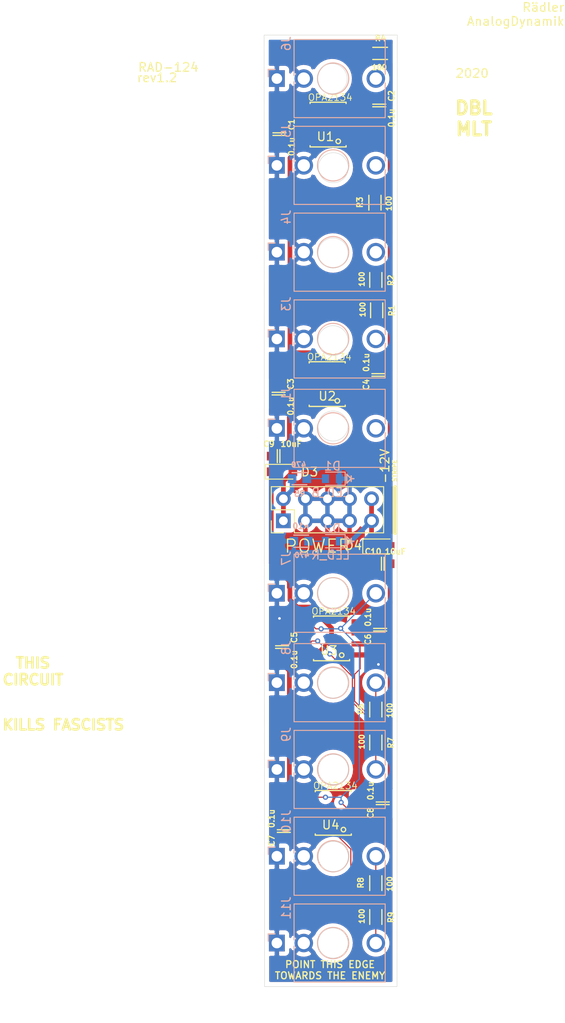
<source format=kicad_pcb>
(kicad_pcb (version 20171130) (host pcbnew "(5.1.2-1)-1")
  (layers (0 F.Cu signal) (31 B.Cu signal) (34 B.Paste user hide) (35 F.Paste user hide) (36 B.SilkS user) (37 F.SilkS user) (38 B.Mask user hide) (39 F.Mask user) (44 Edge.Cuts user))
  (net 0 "")
  (net 1 VCC)
  (net 2 GND)
  (net 3 VEE)
  (net 4 "Net-(R1-Pad2)")
  (net 5 "Net-(R2-Pad2)")
  (net 6 "Net-(R3-Pad2)")
  (net 7 "Net-(R4-Pad2)")
  (net 8 "Net-(R6-Pad2)")
  (net 9 "Net-(R7-Pad2)")
  (net 10 "Net-(R8-Pad2)")
  (net 11 /A1Out)
  (net 12 /A2Out)
  (net 13 /A3Out)
  (net 14 /A4Out)
  (net 15 /B1Out)
  (net 16 /B2Out)
  (net 17 /B3Out)
  (net 18 /B4Out)
  (net 19 /AIn)
  (net 20 /BIn)
  (net 21 +12V)
  (net 22 -12V)
  (net 23 "Net-(D1-Pad2)")
  (net 24 "Net-(D2-Pad2)")
  (net 25 "Net-(R9-Pad2)")
  (module 4ms_Capacitor:C_0603 (layer F.Cu) (at 155 113.4 90)
    (fp_text reference C7 (at -1.11 -1.4 90) (layer F.SilkS) (effects (font (size 0.65 0.65))))
    (fp_text value 0.1u (at 1.44 -1.4 90) (layer F.SilkS) (effects (font (size 0.65 0.65))))
    (pad 2 smd rect (at 0.85 0 90) (size 1 1) (layers F.Cu F.Paste F.Mask) (net 1 VCC))
    (pad 1 smd rect (at -0.85 0 90) (size 1 1) (layers F.Cu F.Paste F.Mask) (net 2 GND))
  )
  (module 4ms_Resistor:R_0603 (layer B.Cu) (at 157 80)
    (fp_text reference R10 (at -0.04 -1.74) (layer B.SilkS) (effects (font (size 0.65 0.65)) (justify mirror)))
    (fp_text value 470 (at 0.09 1.61) (layer B.SilkS) (effects (font (size 0.6 0.6)) (justify mirror)))
    (pad 1 smd rect (at -0.85 0) (size 1 1) (layers B.Cu B.Paste B.Mask) (net 2 GND))
    (pad 2 smd rect (at 0.85 0) (size 1 1) (layers B.Cu B.Paste B.Mask) (net 24 "Net-(D2-Pad2)"))
  )
  (module 4ms_Resistor:R_0603 (layer F.Cu) (at 165.6 123.3 90)
    (fp_text reference R9 (at -0.04 1.74 90) (layer F.SilkS) (effects (font (size 0.65 0.65))))
    (fp_text value 100 (at 0.09 -1.61 90) (layer F.SilkS) (effects (font (size 0.6 0.6))))
    (pad 1 smd rect (at -0.85 0 90) (size 1 1) (layers F.Cu F.Paste F.Mask) (net 18 /B4Out))
    (pad 2 smd rect (at 0.85 0 90) (size 1 1) (layers F.Cu F.Paste F.Mask) (net 25 "Net-(R9-Pad2)"))
  )
  (module 4ms_Resistor:R_0603 (layer F.Cu) (at 165.6 119.4 270)
    (fp_text reference R8 (at -0.04 1.74 90) (layer F.SilkS) (effects (font (size 0.65 0.65))))
    (fp_text value 100 (at 0.09 -1.61 90) (layer F.SilkS) (effects (font (size 0.6 0.6))))
    (pad 1 smd rect (at -0.85 0 270) (size 1 1) (layers F.Cu F.Paste F.Mask) (net 17 /B3Out))
    (pad 2 smd rect (at 0.85 0 270) (size 1 1) (layers F.Cu F.Paste F.Mask) (net 10 "Net-(R8-Pad2)"))
  )
  (module 4ms_Resistor:R_0603 (layer F.Cu) (at 165.6 103.2 90)
    (fp_text reference R7 (at -0.04 1.74 90) (layer F.SilkS) (effects (font (size 0.65 0.65))))
    (fp_text value 100 (at 0.09 -1.61 90) (layer F.SilkS) (effects (font (size 0.6 0.6))))
    (pad 1 smd rect (at -0.85 0 90) (size 1 1) (layers F.Cu F.Paste F.Mask) (net 16 /B2Out))
    (pad 2 smd rect (at 0.85 0 90) (size 1 1) (layers F.Cu F.Paste F.Mask) (net 9 "Net-(R7-Pad2)"))
  )
  (module 4ms_Resistor:R_0603 (layer F.Cu) (at 165.6 99.4 270)
    (fp_text reference R6 (at -0.04 1.74 90) (layer F.SilkS) (effects (font (size 0.65 0.65))))
    (fp_text value 100 (at 0.09 -1.61 90) (layer F.SilkS) (effects (font (size 0.6 0.6))))
    (pad 1 smd rect (at -0.85 0 270) (size 1 1) (layers F.Cu F.Paste F.Mask) (net 15 /B1Out))
    (pad 2 smd rect (at 0.85 0 270) (size 1 1) (layers F.Cu F.Paste F.Mask) (net 8 "Net-(R6-Pad2)"))
  )
  (module 4ms_Resistor:R_0603 (layer B.Cu) (at 156.8 72.8 180)
    (fp_text reference R5 (at -0.04 -1.74) (layer B.SilkS) (effects (font (size 0.65 0.65)) (justify mirror)))
    (fp_text value 470 (at 0.09 1.61) (layer B.SilkS) (effects (font (size 0.6 0.6)) (justify mirror)))
    (pad 1 smd rect (at -0.85 0 180) (size 1 1) (layers B.Cu B.Paste B.Mask) (net 23 "Net-(D1-Pad2)"))
    (pad 2 smd rect (at 0.85 0 180) (size 1 1) (layers B.Cu B.Paste B.Mask) (net 21 +12V))
  )
  (module 4ms_Resistor:R_0603 (layer F.Cu) (at 166.1 23.8 180)
    (fp_text reference R4 (at -0.04 1.74) (layer F.SilkS) (effects (font (size 0.65 0.65))))
    (fp_text value 100 (at 0.09 -1.61) (layer F.SilkS) (effects (font (size 0.6 0.6))))
    (pad 1 smd rect (at -0.85 0 180) (size 1 1) (layers F.Cu F.Paste F.Mask) (net 14 /A4Out))
    (pad 2 smd rect (at 0.85 0 180) (size 1 1) (layers F.Cu F.Paste F.Mask) (net 7 "Net-(R4-Pad2)"))
  )
  (module 4ms_Resistor:R_0603 (layer F.Cu) (at 165.5 41 270)
    (fp_text reference R3 (at -0.04 1.74 90) (layer F.SilkS) (effects (font (size 0.65 0.65))))
    (fp_text value 100 (at 0.09 -1.61 90) (layer F.SilkS) (effects (font (size 0.6 0.6))))
    (pad 1 smd rect (at -0.85 0 270) (size 1 1) (layers F.Cu F.Paste F.Mask) (net 13 /A3Out))
    (pad 2 smd rect (at 0.85 0 270) (size 1 1) (layers F.Cu F.Paste F.Mask) (net 6 "Net-(R3-Pad2)"))
  )
  (module 4ms_Resistor:R_0603 (layer F.Cu) (at 165.6 49.9 90)
    (fp_text reference R2 (at -0.04 1.74 90) (layer F.SilkS) (effects (font (size 0.65 0.65))))
    (fp_text value 100 (at 0.09 -1.61 90) (layer F.SilkS) (effects (font (size 0.6 0.6))))
    (pad 1 smd rect (at -0.85 0 90) (size 1 1) (layers F.Cu F.Paste F.Mask) (net 12 /A2Out))
    (pad 2 smd rect (at 0.85 0 90) (size 1 1) (layers F.Cu F.Paste F.Mask) (net 5 "Net-(R2-Pad2)"))
  )
  (module 4ms_Resistor:R_0603 (layer F.Cu) (at 165.7 53.4 90)
    (fp_text reference R1 (at -0.04 1.74 90) (layer F.SilkS) (effects (font (size 0.65 0.65))))
    (fp_text value 100 (at 0.09 -1.61 90) (layer F.SilkS) (effects (font (size 0.6 0.6))))
    (pad 1 smd rect (at -0.85 0 90) (size 1 1) (layers F.Cu F.Paste F.Mask) (net 11 /A1Out))
    (pad 2 smd rect (at 0.85 0 90) (size 1 1) (layers F.Cu F.Paste F.Mask) (net 4 "Net-(R1-Pad2)"))
  )
  (module 4ms_LED:LED_0603_1608Metric (layer B.Cu) (at 160.6 80 180)
    (fp_text reference D2 (at 0 1.45) (layer B.SilkS) (effects (justify mirror)))
    (fp_text value LED_R (at 0.2 -1.6) (layer B.SilkS) (effects (justify mirror)))
    (pad 2 smd rect (at 0.8 0 180) (size 0.82 1) (layers B.Cu B.Paste B.Mask) (net 24 "Net-(D2-Pad2)"))
    (pad 1 smd rect (at -0.8 0 180) (size 0.82 1) (layers B.Cu B.Paste B.Mask) (net 22 -12V))
  )
  (module 4ms_LED:LED_0603_1608Metric (layer B.Cu) (at 160.6 72.8 180)
    (fp_text reference D1 (at 0 1.45) (layer B.SilkS) (effects (justify mirror)))
    (fp_text value LED_B (at 0.2 -1.6) (layer B.SilkS) (effects (justify mirror)))
    (pad 2 smd rect (at 0.8 0 180) (size 0.82 1) (layers B.Cu B.Paste B.Mask) (net 23 "Net-(D1-Pad2)"))
    (pad 1 smd rect (at -0.8 0 180) (size 0.82 1) (layers B.Cu B.Paste B.Mask) (net 2 GND))
  )
  (module 4ms_Capacitor:C_0603 (layer F.Cu) (at 166.4 82.6)
    (fp_text reference C10 (at -1.11 -1.4) (layer F.SilkS) (effects (font (size 0.65 0.65))))
    (fp_text value 10uF (at 1.44 -1.4) (layer F.SilkS) (effects (font (size 0.65 0.65))))
    (pad 2 smd rect (at 0.85 0) (size 1 1) (layers F.Cu F.Paste F.Mask) (net 3 VEE))
    (pad 1 smd rect (at -0.85 0) (size 1 1) (layers F.Cu F.Paste F.Mask) (net 2 GND))
  )
  (module 4ms_Capacitor:C_0603 (layer F.Cu) (at 154.4 70.2)
    (fp_text reference C9 (at -1.11 -1.4) (layer F.SilkS) (effects (font (size 0.65 0.65))))
    (fp_text value 10uF (at 1.44 -1.4) (layer F.SilkS) (effects (font (size 0.65 0.65))))
    (pad 2 smd rect (at 0.85 0) (size 1 1) (layers F.Cu F.Paste F.Mask) (net 2 GND))
    (pad 1 smd rect (at -0.85 0) (size 1 1) (layers F.Cu F.Paste F.Mask) (net 1 VCC))
  )
  (module 4ms_Capacitor:C_0603 (layer F.Cu) (at 166.4 110.2 90)
    (fp_text reference C8 (at -1.11 -1.4 90) (layer F.SilkS) (effects (font (size 0.65 0.65))))
    (fp_text value 0.1u (at 1.44 -1.4 90) (layer F.SilkS) (effects (font (size 0.65 0.65))))
    (pad 2 smd rect (at 0.85 0 90) (size 1 1) (layers F.Cu F.Paste F.Mask) (net 3 VEE))
    (pad 1 smd rect (at -0.85 0 90) (size 1 1) (layers F.Cu F.Paste F.Mask) (net 2 GND))
  )
  (module 4ms_Capacitor:C_0603 (layer F.Cu) (at 166.1 90.2 90)
    (fp_text reference C6 (at -1.11 -1.4 90) (layer F.SilkS) (effects (font (size 0.65 0.65))))
    (fp_text value 0.1u (at 1.44 -1.4 90) (layer F.SilkS) (effects (font (size 0.65 0.65))))
    (pad 2 smd rect (at 0.85 0 90) (size 1 1) (layers F.Cu F.Paste F.Mask) (net 3 VEE))
    (pad 1 smd rect (at -0.85 0 90) (size 1 1) (layers F.Cu F.Paste F.Mask) (net 2 GND))
  )
  (module 4ms_Capacitor:C_0603 (layer F.Cu) (at 154.8 92.2 270)
    (fp_text reference C5 (at -1.11 -1.4 90) (layer F.SilkS) (effects (font (size 0.65 0.65))))
    (fp_text value 0.1u (at 1.44 -1.4 90) (layer F.SilkS) (effects (font (size 0.65 0.65))))
    (pad 2 smd rect (at 0.85 0 270) (size 1 1) (layers F.Cu F.Paste F.Mask) (net 1 VCC))
    (pad 1 smd rect (at -0.85 0 270) (size 1 1) (layers F.Cu F.Paste F.Mask) (net 2 GND))
  )
  (module 4ms_Capacitor:C_0603 (layer F.Cu) (at 165.9 60.85 90)
    (fp_text reference C4 (at -1.11 -1.4 90) (layer F.SilkS) (effects (font (size 0.65 0.65))))
    (fp_text value 0.1u (at 1.44 -1.4 90) (layer F.SilkS) (effects (font (size 0.65 0.65))))
    (pad 2 smd rect (at 0.85 0 90) (size 1 1) (layers F.Cu F.Paste F.Mask) (net 3 VEE))
    (pad 1 smd rect (at -0.85 0 90) (size 1 1) (layers F.Cu F.Paste F.Mask) (net 2 GND))
  )
  (module 4ms_Capacitor:C_0603 (layer F.Cu) (at 154.4 63 270)
    (fp_text reference C3 (at -1.11 -1.4 90) (layer F.SilkS) (effects (font (size 0.65 0.65))))
    (fp_text value 0.1u (at 1.44 -1.4 90) (layer F.SilkS) (effects (font (size 0.65 0.65))))
    (pad 2 smd rect (at 0.85 0 270) (size 1 1) (layers F.Cu F.Paste F.Mask) (net 1 VCC))
    (pad 1 smd rect (at -0.85 0 270) (size 1 1) (layers F.Cu F.Paste F.Mask) (net 2 GND))
  )
  (module 4ms_Capacitor:C_0603 (layer F.Cu) (at 166 29.8 270)
    (fp_text reference C2 (at -1.11 -1.4 90) (layer F.SilkS) (effects (font (size 0.65 0.65))))
    (fp_text value 0.1u (at 1.44 -1.4 90) (layer F.SilkS) (effects (font (size 0.65 0.65))))
    (pad 2 smd rect (at 0.85 0 270) (size 1 1) (layers F.Cu F.Paste F.Mask) (net 3 VEE))
    (pad 1 smd rect (at -0.85 0 270) (size 1 1) (layers F.Cu F.Paste F.Mask) (net 2 GND))
  )
  (module 4ms_Capacitor:C_0603 (layer F.Cu) (at 154.5 33.1 270)
    (fp_text reference C1 (at -1.11 -1.4 90) (layer F.SilkS) (effects (font (size 0.65 0.65))))
    (fp_text value 0.1u (at 1.44 -1.4 90) (layer F.SilkS) (effects (font (size 0.65 0.65))))
    (pad 2 smd rect (at 0.85 0 270) (size 1 1) (layers F.Cu F.Paste F.Mask) (net 1 VCC))
    (pad 1 smd rect (at -0.85 0 270) (size 1 1) (layers F.Cu F.Paste F.Mask) (net 2 GND))
  )
  (module Connector_Audio:Jack_3.5mm_QingPu_WQP-PJ398SM_Vertical_CircularHoles (layer B.Cu) (at 154.2 116.3 270)
    (fp_text reference J10 (at -4.03 -1.08 90) (layer B.SilkS) (effects (justify mirror)))
    (fp_text value B3Out)
    (pad TN thru_hole circle (at 0 -3.1 90) (size 2.13 2.13) (drill 1.42) (layers *.Cu *.Mask) (net 2 GND))
    (pad S thru_hole rect (at 0 0 90) (size 1.93 1.83) (drill 1.22) (layers *.Cu *.Mask) (net 2 GND))
    (pad T thru_hole circle (at 0 -11.4 90) (size 2.13 2.13) (drill 1.43) (layers *.Cu *.Mask) (net 17 /B3Out))
  )
  (module Connector_Audio:Jack_3.5mm_QingPu_WQP-PJ398SM_Vertical_CircularHoles (layer B.Cu) (at 154.2 96.3 270)
    (fp_text reference J8 (at -4.03 -1.08 90) (layer B.SilkS) (effects (justify mirror)))
    (fp_text value B1Out)
    (pad T thru_hole circle (at 0 -11.4 90) (size 2.13 2.13) (drill 1.43) (layers *.Cu *.Mask) (net 15 /B1Out))
    (pad S thru_hole rect (at 0 0 90) (size 1.93 1.83) (drill 1.22) (layers *.Cu *.Mask) (net 2 GND))
    (pad TN thru_hole circle (at 0 -3.1 90) (size 2.13 2.13) (drill 1.42) (layers *.Cu *.Mask) (net 2 GND))
  )
  (module Connector_Audio:Jack_3.5mm_QingPu_WQP-PJ398SM_Vertical_CircularHoles (layer B.Cu) (at 154.2 56.7 270)
    (fp_text reference J3 (at -4.03 -1.08 90) (layer B.SilkS) (effects (justify mirror)))
    (fp_text value A1Out)
    (pad T thru_hole circle (at 0 -11.4 90) (size 2.13 2.13) (drill 1.43) (layers *.Cu *.Mask) (net 11 /A1Out))
    (pad S thru_hole rect (at 0 0 90) (size 1.93 1.83) (drill 1.22) (layers *.Cu *.Mask) (net 2 GND))
    (pad TN thru_hole circle (at 0 -3.1 90) (size 2.13 2.13) (drill 1.42) (layers *.Cu *.Mask) (net 2 GND))
  )
  (module Connector_Audio:Jack_3.5mm_QingPu_WQP-PJ398SM_Vertical_CircularHoles (layer B.Cu) (at 154.2 36.7 270)
    (fp_text reference J5 (at -4.03 -1.08 90) (layer B.SilkS) (effects (justify mirror)))
    (fp_text value A3Out)
    (pad T thru_hole circle (at 0 -11.4 90) (size 2.13 2.13) (drill 1.43) (layers *.Cu *.Mask) (net 13 /A3Out))
    (pad S thru_hole rect (at 0 0 90) (size 1.93 1.83) (drill 1.22) (layers *.Cu *.Mask) (net 2 GND))
    (pad TN thru_hole circle (at 0 -3.1 90) (size 2.13 2.13) (drill 1.42) (layers *.Cu *.Mask) (net 2 GND))
  )
  (module 4ms-footprints:Header_2x05_Pitch2.54mm_TH_-12v_Label (layer F.Cu) (at 165.7 72.9 90)
    (fp_text reference J2 hide)
    (fp_text value EURO_HEADER_10pin)
    (fp_text user STRIPE (at 1.016 2.0955 90) (layer F.SilkS) (effects (font (size 0.5 0.5) (thickness 0.125))))
    (fp_text user -12V (at 1.5494 0.94488 90) (layer F.SilkS))
    (fp_text user POWER (at -7.66992 -6.8) (layer F.SilkS) (effects (font (size 1.5 1.5))))
    (pad 10 thru_hole oval (at -2.21 -0.59 90) (size 1.7 1.7) (drill 1) (layers *.Cu *.Mask) (net 22 -12V))
    (pad 9 thru_hole oval (at -4.75 -0.59 90) (size 1.7 1.7) (drill 1) (layers *.Cu *.Mask) (net 22 -12V))
    (pad 8 thru_hole oval (at -2.21 -3.13 90) (size 1.7 1.7) (drill 1) (layers *.Cu *.Mask) (net 2 GND))
    (pad 7 thru_hole oval (at -4.75 -3.13 90) (size 1.7 1.7) (drill 1) (layers *.Cu *.Mask) (net 2 GND))
    (pad 6 thru_hole oval (at -2.21 -5.67 90) (size 1.7 1.7) (drill 1) (layers *.Cu *.Mask) (net 2 GND))
    (pad 5 thru_hole oval (at -4.75 -5.67 90) (size 1.7 1.7) (drill 1) (layers *.Cu *.Mask) (net 2 GND))
    (pad 4 thru_hole oval (at -2.21 -8.21 90) (size 1.7 1.7) (drill 1) (layers *.Cu *.Mask) (net 2 GND))
    (pad 3 thru_hole oval (at -4.75 -8.21 90) (size 1.7 1.7) (drill 1) (layers *.Cu *.Mask) (net 2 GND))
    (pad 2 thru_hole oval (at -2.21 -10.75 90) (size 1.7 1.7) (drill 1) (layers *.Cu *.Mask) (net 21 +12V))
    (pad 1 thru_hole rect (at -4.75 -10.75 90) (size 1.7 1.7) (drill 1) (layers *.Cu *.Mask) (net 21 +12V))
  )
  (module Diode_SMD:D_SOD-323_HandSoldering (layer F.Cu) (at 166 80.6)
    (fp_text reference D4 (at -2.9718 -0.1016) (layer F.SilkS))
    (fp_text value D_Small_ALT)
    (pad 2 smd rect (at 1.25 0) (size 1 1) (layers F.Cu F.Paste F.Mask) (net 3 VEE))
    (pad 1 smd rect (at -1.25 0) (size 1 1) (layers F.Cu F.Paste F.Mask) (net 22 -12V))
  )
  (module Diode_SMD:D_SOD-323_HandSoldering (layer F.Cu) (at 154.8 72)
    (fp_text reference D3 (at 3.175 0.0254) (layer F.SilkS))
    (fp_text value D_Small_ALT)
    (pad 2 smd rect (at 1.25 0) (size 1 1) (layers F.Cu F.Paste F.Mask) (net 21 +12V))
    (pad 1 smd rect (at -1.25 0) (size 1 1) (layers F.Cu F.Paste F.Mask) (net 1 VCC))
  )
  (module Connector_Audio:Jack_3.5mm_QingPu_WQP-PJ398SM_Vertical_CircularHoles (layer B.Cu) (at 154.2 86 270)
    (fp_text reference J7 (at -4.03 -1.08 90) (layer B.SilkS) (effects (justify mirror)))
    (fp_text value BIn)
    (pad T thru_hole circle (at 0 -11.4 90) (size 2.13 2.13) (drill 1.43) (layers *.Cu *.Mask) (net 20 /BIn))
    (pad S thru_hole rect (at 0 0 90) (size 1.93 1.83) (drill 1.22) (layers *.Cu *.Mask) (net 2 GND))
    (pad TN thru_hole circle (at 0 -3.1 90) (size 2.13 2.13) (drill 1.42) (layers *.Cu *.Mask) (net 2 GND))
  )
  (module Connector_Audio:Jack_3.5mm_QingPu_WQP-PJ398SM_Vertical_CircularHoles (layer B.Cu) (at 154.2 67 270)
    (fp_text reference J1 (at -4.03 -1.08 90) (layer B.SilkS) (effects (justify mirror)))
    (fp_text value AIn)
    (pad TN thru_hole circle (at 0 -3.1 90) (size 2.13 2.13) (drill 1.42) (layers *.Cu *.Mask) (net 2 GND))
    (pad S thru_hole rect (at 0 0 90) (size 1.93 1.83) (drill 1.22) (layers *.Cu *.Mask) (net 2 GND))
    (pad T thru_hole circle (at 0 -11.4 90) (size 2.13 2.13) (drill 1.43) (layers *.Cu *.Mask) (net 19 /AIn))
  )
  (module Connector_Audio:Jack_3.5mm_QingPu_WQP-PJ398SM_Vertical_CircularHoles (layer B.Cu) (at 154.2 46.7 270)
    (fp_text reference J4 (at -4.03 -1.08 90) (layer B.SilkS) (effects (justify mirror)))
    (fp_text value A2Out)
    (pad T thru_hole circle (at 0 -11.4 90) (size 2.13 2.13) (drill 1.43) (layers *.Cu *.Mask) (net 12 /A2Out))
    (pad S thru_hole rect (at 0 0 90) (size 1.93 1.83) (drill 1.22) (layers *.Cu *.Mask) (net 2 GND))
    (pad TN thru_hole circle (at 0 -3.1 90) (size 2.13 2.13) (drill 1.42) (layers *.Cu *.Mask) (net 2 GND))
  )
  (module Connector_Audio:Jack_3.5mm_QingPu_WQP-PJ398SM_Vertical_CircularHoles (layer B.Cu) (at 154.2 26.7 270)
    (fp_text reference J6 (at -4.03 -1.08 90) (layer B.SilkS) (effects (justify mirror)))
    (fp_text value A4Out)
    (pad TN thru_hole circle (at 0 -3.1 90) (size 2.13 2.13) (drill 1.42) (layers *.Cu *.Mask) (net 2 GND))
    (pad S thru_hole rect (at 0 0 90) (size 1.93 1.83) (drill 1.22) (layers *.Cu *.Mask) (net 2 GND))
    (pad T thru_hole circle (at 0 -11.4 90) (size 2.13 2.13) (drill 1.43) (layers *.Cu *.Mask) (net 14 /A4Out))
  )
  (module Connector_Audio:Jack_3.5mm_QingPu_WQP-PJ398SM_Vertical_CircularHoles (layer B.Cu) (at 154.2 126.3 270)
    (fp_text reference J11 (at -4.03 -1.08 90) (layer B.SilkS) (effects (justify mirror)))
    (fp_text value B4Out)
    (pad T thru_hole circle (at 0 -11.4 90) (size 2.13 2.13) (drill 1.43) (layers *.Cu *.Mask) (net 18 /B4Out))
    (pad S thru_hole rect (at 0 0 90) (size 1.93 1.83) (drill 1.22) (layers *.Cu *.Mask) (net 2 GND))
    (pad TN thru_hole circle (at 0 -3.1 90) (size 2.13 2.13) (drill 1.42) (layers *.Cu *.Mask) (net 2 GND))
  )
  (module Connector_Audio:Jack_3.5mm_QingPu_WQP-PJ398SM_Vertical_CircularHoles (layer B.Cu) (at 154.2 106.3 270)
    (fp_text reference J9 (at -4.03 -1.08 270) (layer B.SilkS) (effects (justify mirror)))
    (fp_text value B2Out)
    (pad TN thru_hole circle (at 0 -3.1 90) (size 2.13 2.13) (drill 1.42) (layers *.Cu *.Mask) (net 2 GND))
    (pad S thru_hole rect (at 0 0 90) (size 1.93 1.83) (drill 1.22) (layers *.Cu *.Mask) (net 2 GND))
    (pad T thru_hole circle (at 0 -11.4 90) (size 2.13 2.13) (drill 1.43) (layers *.Cu *.Mask) (net 16 /B2Out))
  )
  (module 4ms_Package_SOIC:SOIC-8_5.28x4.9mm_Pitch1.27mm (layer F.Cu) (at 160.1 32 180)
    (fp_text reference U1 (at 0.29718 -1.39192) (layer F.SilkS))
    (fp_text value OPA2134 (at -0.24638 3.1242) (layer F.SilkS) (effects (font (size 0.762 0.762) (thickness 0.1016))))
    (pad 1 smd rect (at -3.302 -1.905 180) (size 2 0.6) (layers F.Cu F.Paste F.Mask) (net 4 "Net-(R1-Pad2)"))
    (pad 2 smd rect (at -3.302 -0.635 180) (size 2 0.6) (layers F.Cu F.Paste F.Mask) (net 4 "Net-(R1-Pad2)"))
    (pad 3 smd rect (at -3.302 0.635 180) (size 2 0.6) (layers F.Cu F.Paste F.Mask) (net 19 /AIn))
    (pad 4 smd rect (at -3.302 1.905 180) (size 2 0.6) (layers F.Cu F.Paste F.Mask) (net 3 VEE))
    (pad 5 smd rect (at 3.302 1.905 180) (size 2 0.6) (layers F.Cu F.Paste F.Mask) (net 19 /AIn))
    (pad 6 smd rect (at 3.302 0.635 180) (size 2 0.6) (layers F.Cu F.Paste F.Mask) (net 5 "Net-(R2-Pad2)"))
    (pad 7 smd rect (at 3.302 -0.635 180) (size 2 0.6) (layers F.Cu F.Paste F.Mask) (net 5 "Net-(R2-Pad2)"))
    (pad 8 smd rect (at 3.302 -1.905 180) (size 2 0.6) (layers F.Cu F.Paste F.Mask) (net 1 VCC))
  )
  (module 4ms_Package_SOIC:SOIC-8_5.28x4.9mm_Pitch1.27mm (layer F.Cu) (at 160 61.9 180)
    (fp_text reference U2 (at 0 -1.39192) (layer F.SilkS))
    (fp_text value OPA2134 (at -0.24638 3.1242) (layer F.SilkS) (effects (font (size 0.762 0.762) (thickness 0.1016))))
    (pad 8 smd rect (at 3.302 -1.905 180) (size 2 0.6) (layers F.Cu F.Paste F.Mask) (net 1 VCC))
    (pad 7 smd rect (at 3.302 -0.635 180) (size 2 0.6) (layers F.Cu F.Paste F.Mask) (net 7 "Net-(R4-Pad2)"))
    (pad 6 smd rect (at 3.302 0.635 180) (size 2 0.6) (layers F.Cu F.Paste F.Mask) (net 7 "Net-(R4-Pad2)"))
    (pad 5 smd rect (at 3.302 1.905 180) (size 2 0.6) (layers F.Cu F.Paste F.Mask) (net 19 /AIn))
    (pad 4 smd rect (at -3.302 1.905 180) (size 2 0.6) (layers F.Cu F.Paste F.Mask) (net 3 VEE))
    (pad 3 smd rect (at -3.302 0.635 180) (size 2 0.6) (layers F.Cu F.Paste F.Mask) (net 19 /AIn))
    (pad 2 smd rect (at -3.302 -0.635 180) (size 2 0.6) (layers F.Cu F.Paste F.Mask) (net 6 "Net-(R3-Pad2)"))
    (pad 1 smd rect (at -3.302 -1.905 180) (size 2 0.6) (layers F.Cu F.Paste F.Mask) (net 6 "Net-(R3-Pad2)"))
  )
  (module 4ms_Package_SOIC:SOIC-8_5.28x4.9mm_Pitch1.27mm (layer F.Cu) (at 160.5 91.2 180)
    (fp_text reference U3 (at 0.29718 -1.39192) (layer F.SilkS))
    (fp_text value OPA2134 (at -0.24638 3.1242) (layer F.SilkS) (effects (font (size 0.762 0.762) (thickness 0.1016))))
    (pad 1 smd rect (at -3.302 -1.905 180) (size 2 0.6) (layers F.Cu F.Paste F.Mask) (net 8 "Net-(R6-Pad2)"))
    (pad 2 smd rect (at -3.302 -0.635 180) (size 2 0.6) (layers F.Cu F.Paste F.Mask) (net 8 "Net-(R6-Pad2)"))
    (pad 3 smd rect (at -3.302 0.635 180) (size 2 0.6) (layers F.Cu F.Paste F.Mask) (net 20 /BIn))
    (pad 4 smd rect (at -3.302 1.905 180) (size 2 0.6) (layers F.Cu F.Paste F.Mask) (net 3 VEE))
    (pad 5 smd rect (at 3.302 1.905 180) (size 2 0.6) (layers F.Cu F.Paste F.Mask) (net 20 /BIn))
    (pad 6 smd rect (at 3.302 0.635 180) (size 2 0.6) (layers F.Cu F.Paste F.Mask) (net 9 "Net-(R7-Pad2)"))
    (pad 7 smd rect (at 3.302 -0.635 180) (size 2 0.6) (layers F.Cu F.Paste F.Mask) (net 9 "Net-(R7-Pad2)"))
    (pad 8 smd rect (at 3.302 -1.905 180) (size 2 0.6) (layers F.Cu F.Paste F.Mask) (net 1 VCC))
  )
  (module 4ms_Package_SOIC:SOIC-8_5.28x4.9mm_Pitch1.27mm (layer F.Cu) (at 160.7 111.3 180)
    (fp_text reference U4 (at 0.29718 -1.39192) (layer F.SilkS))
    (fp_text value OPA2134 (at -0.24638 3.1242) (layer F.SilkS) (effects (font (size 0.762 0.762) (thickness 0.1016))))
    (pad 8 smd rect (at 3.302 -1.905 180) (size 2 0.6) (layers F.Cu F.Paste F.Mask) (net 1 VCC))
    (pad 7 smd rect (at 3.302 -0.635 180) (size 2 0.6) (layers F.Cu F.Paste F.Mask) (net 25 "Net-(R9-Pad2)"))
    (pad 6 smd rect (at 3.302 0.635 180) (size 2 0.6) (layers F.Cu F.Paste F.Mask) (net 25 "Net-(R9-Pad2)"))
    (pad 5 smd rect (at 3.302 1.905 180) (size 2 0.6) (layers F.Cu F.Paste F.Mask) (net 20 /BIn))
    (pad 4 smd rect (at -3.302 1.905 180) (size 2 0.6) (layers F.Cu F.Paste F.Mask) (net 3 VEE))
    (pad 3 smd rect (at -3.302 0.635 180) (size 2 0.6) (layers F.Cu F.Paste F.Mask) (net 20 /BIn))
    (pad 2 smd rect (at -3.302 -0.635 180) (size 2 0.6) (layers F.Cu F.Paste F.Mask) (net 10 "Net-(R8-Pad2)"))
    (pad 1 smd rect (at -3.302 -1.905 180) (size 2 0.6) (layers F.Cu F.Paste F.Mask) (net 10 "Net-(R8-Pad2)"))
  )
  (gr_circle (center 160.569748 26.71064) (end 161.951508 27.75204) (layer Edge.Cuts) (width 0.05))
  (gr_circle (center 160.7 36.969748) (end 162.08176 38.011148) (layer Edge.Cuts) (width 0.05))
  (gr_circle (center 160.669748 46.79696) (end 162.051508 47.83836) (layer Edge.Cuts) (width 0.05))
  (gr_circle (center 160.669748 56.9) (end 162.051508 57.9414) (layer Edge.Cuts) (width 0.05))
  (gr_circle (center 160.669748 66.730252) (end 162.051508 67.771652) (layer Edge.Cuts) (width 0.05))
  (gr_circle (center 160.669748 126.3) (end 162.051508 127.3414) (layer Edge.Cuts) (width 0.05))
  (gr_circle (center 160.7 116.330252) (end 162.08176 117.371652) (layer Edge.Cuts) (width 0.05))
  (gr_circle (center 160.7 106.3) (end 162.08176 107.3414) (layer Edge.Cuts) (width 0.05))
  (gr_circle (center 160.669748 96.330252) (end 162.051508 97.371652) (layer Edge.Cuts) (width 0.05))
  (gr_circle (center 160.669748 85.969748) (end 162.051508 87.011148) (layer Edge.Cuts) (width 0.05))
  (gr_text rev1.2 (at 140.4 26.6) (layer F.SilkS) (effects (font (size 1 1))))
  (gr_text 2020 (at 176.7 26.1) (layer F.SilkS) (effects (font (size 1 1))))
  (gr_text "Rädler\nAnalogDynamik" (at 187.4 19.3) (layer F.SilkS) (effects (font (size 1 1)) (justify right)))
  (gr_text "DBL\nMLT" (at 176.9 31.3) (layer F.SilkS) (effects (font (size 1.5 1.5) (thickness 0.375))))
  (gr_text "KILLS FASCISTS" (at 129.6 101.15804) (layer F.SilkS) (effects (font (size 1.2 1.2) (thickness 0.3))))
  (gr_text "THIS\nCIRCUIT" (at 126.1 95) (layer F.SilkS) (effects (font (size 1.2 1.2) (thickness 0.3))))
  (gr_text RAD-124 (at 141.7 25.4) (layer F.SilkS) (effects (font (size 1 1))))
  (gr_text "POINT THIS EDGE\nTOWARDS THE ENEMY" (at 160.3248 129.413) (layer F.SilkS) (effects (font (size 0.8 0.8))))
  (gr_line (start 152.7302 21.6916) (end 152.7302 21.7678) (layer Edge.Cuts) (width 0.05))
  (gr_line (start 168.0718 21.6916) (end 152.7302 21.6916) (layer Edge.Cuts) (width 0.05))
  (gr_line (start 168.0464 131.318) (end 168.0718 21.6916) (layer Edge.Cuts) (width 0.05))
  (gr_line (start 152.781 131.318) (end 152.7302 21.7678) (layer Edge.Cuts) (width 0.05))
  (gr_line (start 168.0464 131.318) (end 152.781 131.318) (layer Edge.Cuts) (width 0.05))
  (segment (start 154.855 93.105) (end 154.8 93.05) (width 0.54) (layer F.Cu) (net 1))
  (segment (start 157.198 93.105) (end 154.855 93.105) (width 0.54) (layer F.Cu) (net 1))
  (segment (start 153.55 72) (end 153.55 70.2) (width 0.54) (layer F.Cu) (net 1))
  (segment (start 154.8 94.09) (end 155.639001 94.929001) (width 0.54) (layer F.Cu) (net 1))
  (segment (start 154.8 93.05) (end 154.8 94.09) (width 0.54) (layer F.Cu) (net 1))
  (segment (start 154.556798 93.05) (end 154.8 93.05) (width 0.54) (layer F.Cu) (net 1))
  (segment (start 156.698 64.645) (end 156.698 63.805) (width 0.54) (layer F.Cu) (net 1))
  (segment (start 155.639001 68.384201) (end 155.639001 65.703999) (width 0.54) (layer F.Cu) (net 1))
  (segment (start 154.847203 69.175999) (end 155.639001 68.384201) (width 0.54) (layer F.Cu) (net 1))
  (segment (start 155.639001 65.703999) (end 156.698 64.645) (width 0.54) (layer F.Cu) (net 1))
  (segment (start 153.55 69.956798) (end 154.330799 69.175999) (width 0.54) (layer F.Cu) (net 1))
  (segment (start 154.330799 69.175999) (end 154.847203 69.175999) (width 0.54) (layer F.Cu) (net 1))
  (segment (start 153.55 70.2) (end 153.55 69.956798) (width 0.54) (layer F.Cu) (net 1))
  (segment (start 156.798 34.745) (end 156.798 33.905) (width 0.54) (layer F.Cu) (net 1))
  (segment (start 155.710999 35.832001) (end 156.798 34.745) (width 0.54) (layer F.Cu) (net 1))
  (segment (start 155.710999 58.012203) (end 155.710999 36.189001) (width 0.54) (layer F.Cu) (net 1))
  (segment (start 155.710999 36.189001) (end 155.710999 35.832001) (width 0.54) (layer F.Cu) (net 1))
  (segment (start 154.445 63.805) (end 154.4 63.85) (width 0.54) (layer F.Cu) (net 1))
  (segment (start 156.698 63.805) (end 154.445 63.805) (width 0.54) (layer F.Cu) (net 1))
  (segment (start 155.987797 58.289001) (end 155.710999 58.012203) (width 0.54) (layer F.Cu) (net 1))
  (segment (start 158.062721 58.289001) (end 155.987797 58.289001) (width 0.54) (layer F.Cu) (net 1))
  (segment (start 158.5 58.72628) (end 158.062721 58.289001) (width 0.54) (layer F.Cu) (net 1))
  (segment (start 157.671202 63.805) (end 158.5 62.976202) (width 0.54) (layer F.Cu) (net 1))
  (segment (start 158.5 62.976202) (end 158.5 58.72628) (width 0.54) (layer F.Cu) (net 1))
  (segment (start 156.698 63.805) (end 157.671202 63.805) (width 0.54) (layer F.Cu) (net 1))
  (segment (start 154.545 33.905) (end 154.5 33.95) (width 0.54) (layer F.Cu) (net 1))
  (segment (start 156.798 33.905) (end 154.545 33.905) (width 0.54) (layer F.Cu) (net 1))
  (segment (start 155.655 113.205) (end 155 112.55) (width 0.54) (layer F.Cu) (net 1))
  (segment (start 157.398 113.205) (end 155.655 113.205) (width 0.54) (layer F.Cu) (net 1))
  (segment (start 155 111.51) (end 155.639001 110.870999) (width 0.54) (layer F.Cu) (net 1))
  (segment (start 155 112.55) (end 155 111.51) (width 0.54) (layer F.Cu) (net 1))
  (segment (start 155.639001 110.870999) (end 155.639001 108.039001) (width 0.54) (layer F.Cu) (net 1))
  (segment (start 155.639001 108.039001) (end 155.639001 108.360999) (width 0.54) (layer F.Cu) (net 1))
  (segment (start 155.639001 94.929001) (end 155.639001 108.039001) (width 0.54) (layer F.Cu) (net 1))
  (segment (start 158.171202 93.105) (end 157.198 93.105) (width 0.54) (layer F.Cu) (net 1))
  (segment (start 158.738 93.105) (end 157.198 93.105) (width 0.54) (layer F.Cu) (net 1))
  (segment (start 160.5 91.343) (end 158.738 93.105) (width 0.54) (layer F.Cu) (net 1))
  (segment (start 160.5 90) (end 160.5 91.343) (width 0.54) (layer F.Cu) (net 1))
  (segment (start 155.710999 85.237279) (end 155.710999 86.762721) (width 0.54) (layer F.Cu) (net 1))
  (segment (start 158.089001 87.589001) (end 160.5 90) (width 0.54) (layer F.Cu) (net 1))
  (segment (start 155.639001 85.309277) (end 155.710999 85.237279) (width 0.54) (layer F.Cu) (net 1))
  (segment (start 156.537279 87.589001) (end 158.089001 87.589001) (width 0.54) (layer F.Cu) (net 1))
  (segment (start 155.639001 84.615799) (end 155.639001 85.309277) (width 0.54) (layer F.Cu) (net 1))
  (segment (start 153.55 82.526798) (end 155.639001 84.615799) (width 0.54) (layer F.Cu) (net 1))
  (segment (start 155.710999 86.762721) (end 156.537279 87.589001) (width 0.54) (layer F.Cu) (net 1))
  (segment (start 153.55 72) (end 153.55 82.526798) (width 0.54) (layer F.Cu) (net 1))
  (via (at 165.9 94.2) (size 0.6) (drill 0.3) (layers F.Cu B.Cu) (net 2))
  (via (at 154.5 88.9) (size 0.6) (drill 0.3) (layers F.Cu B.Cu) (net 2))
  (segment (start 167.25 108.5) (end 166.4 109.35) (width 0.54) (layer F.Cu) (net 3))
  (segment (start 164.047 109.35) (end 164.002 109.395) (width 0.54) (layer F.Cu) (net 3))
  (segment (start 166.4 109.35) (end 164.047 109.35) (width 0.54) (layer F.Cu) (net 3))
  (segment (start 166.1 88.31) (end 167.25 87.16) (width 0.54) (layer F.Cu) (net 3))
  (segment (start 166.1 89.35) (end 166.1 88.31) (width 0.54) (layer F.Cu) (net 3))
  (segment (start 167.25 87.05) (end 167.25 108.5) (width 0.54) (layer F.Cu) (net 3))
  (segment (start 167.25 87.16) (end 167.25 87.05) (width 0.54) (layer F.Cu) (net 3))
  (segment (start 167.25 82.6) (end 167.25 87.05) (width 0.54) (layer F.Cu) (net 3))
  (segment (start 166.045 89.295) (end 166.1 89.35) (width 0.54) (layer F.Cu) (net 3))
  (segment (start 163.802 89.295) (end 166.045 89.295) (width 0.54) (layer F.Cu) (net 3))
  (segment (start 167.25 80.6) (end 167.25 82.6) (width 0.54) (layer F.Cu) (net 3))
  (segment (start 167.04 30.65) (end 166 30.65) (width 0.54) (layer F.Cu) (net 3))
  (segment (start 167.25 30.86) (end 167.04 30.65) (width 0.54) (layer F.Cu) (net 3))
  (segment (start 165.445 30.095) (end 163.402 30.095) (width 0.54) (layer F.Cu) (net 3))
  (segment (start 166 30.65) (end 165.445 30.095) (width 0.54) (layer F.Cu) (net 3))
  (segment (start 167.25 60.31) (end 167.25 61.35) (width 0.54) (layer F.Cu) (net 3))
  (segment (start 165.9 60) (end 166.94 60) (width 0.54) (layer F.Cu) (net 3))
  (segment (start 166.94 60) (end 167.25 60.31) (width 0.54) (layer F.Cu) (net 3))
  (segment (start 167.25 61.35) (end 167.25 30.86) (width 0.54) (layer F.Cu) (net 3))
  (segment (start 167.25 80.6) (end 167.25 61.35) (width 0.54) (layer F.Cu) (net 3))
  (segment (start 163.307 60) (end 163.302 59.995) (width 0.54) (layer F.Cu) (net 3))
  (segment (start 165.9 60) (end 163.307 60) (width 0.54) (layer F.Cu) (net 3))
  (segment (start 163.402 33.062) (end 163.402 33.905) (width 0.127) (layer F.Cu) (net 4))
  (segment (start 163.402 32.635) (end 163.402 33.062) (width 0.127) (layer F.Cu) (net 4))
  (segment (start 156.798 31.792) (end 156.798 32.635) (width 0.127) (layer F.Cu) (net 5))
  (segment (start 156.798 31.365) (end 156.798 31.792) (width 0.127) (layer F.Cu) (net 5))
  (segment (start 163.102 93.105) (end 163.802 93.105) (width 0.127) (layer F.Cu) (net 8))
  (segment (start 164.973 100.25) (end 163.154009 98.431009) (width 0.127) (layer F.Cu) (net 8))
  (segment (start 165.6 100.25) (end 164.973 100.25) (width 0.127) (layer F.Cu) (net 8))
  (segment (start 163.802 92.678) (end 163.802 91.835) (width 0.127) (layer F.Cu) (net 8))
  (segment (start 163.802 93.105) (end 163.802 92.678) (width 0.127) (layer F.Cu) (net 8))
  (segment (start 163.154009 95.554009) (end 163.154009 95.345991) (width 0.127) (layer F.Cu) (net 8))
  (segment (start 163.154009 98.431009) (end 163.154009 95.554009) (width 0.127) (layer F.Cu) (net 8))
  (segment (start 163.154009 95.554009) (end 163.154009 95.454009) (width 0.127) (layer F.Cu) (net 8))
  (segment (start 163.802 94.698) (end 163.802 93.105) (width 0.127) (layer F.Cu) (net 8))
  (segment (start 163.154009 95.345991) (end 163.802 94.698) (width 0.127) (layer F.Cu) (net 8))
  (segment (start 157.198 90.565) (end 157.198 91.835) (width 0.127) (layer F.Cu) (net 9))
  (via (at 158.9 91.5) (size 0.6) (drill 0.3) (layers F.Cu B.Cu) (net 9))
  (segment (start 158.233 91.5) (end 158.9 91.5) (width 0.127) (layer F.Cu) (net 9))
  (segment (start 157.898 91.835) (end 158.233 91.5) (width 0.127) (layer F.Cu) (net 9))
  (segment (start 157.198 91.835) (end 157.898 91.835) (width 0.127) (layer F.Cu) (net 9))
  (via (at 160.3 93) (size 0.6) (drill 0.3) (layers F.Cu B.Cu) (net 9))
  (segment (start 160.3 92.9) (end 160.3 93) (width 0.127) (layer B.Cu) (net 9))
  (segment (start 158.9 91.5) (end 160.3 92.9) (width 0.127) (layer B.Cu) (net 9))
  (segment (start 164.909499 101.032499) (end 164.909499 100.50401) (width 0.127) (layer F.Cu) (net 9))
  (segment (start 164.909499 100.50401) (end 164.867785 100.504009) (width 0.127) (layer F.Cu) (net 9))
  (segment (start 165.6 101.723) (end 164.909499 101.032499) (width 0.127) (layer F.Cu) (net 9))
  (segment (start 165.6 102.35) (end 165.6 101.723) (width 0.127) (layer F.Cu) (net 9))
  (segment (start 164.867785 100.504009) (end 162.899999 98.536223) (width 0.127) (layer F.Cu) (net 9))
  (segment (start 162.899999 98.536223) (end 162.899999 95.599999) (width 0.127) (layer F.Cu) (net 9))
  (segment (start 162.899999 95.599999) (end 162.75 95.45) (width 0.127) (layer F.Cu) (net 9))
  (segment (start 162.75 95.45) (end 162.9 95.6) (width 0.127) (layer F.Cu) (net 9))
  (segment (start 160.3 93) (end 162.75 95.45) (width 0.127) (layer F.Cu) (net 9))
  (segment (start 164.002 113.205) (end 164.002 111.935) (width 0.127) (layer F.Cu) (net 10))
  (segment (start 163.909224 120.25) (end 165.6 120.25) (width 0.127) (layer F.Cu) (net 10))
  (segment (start 163 115.573345) (end 163 119.340776) (width 0.127) (layer F.Cu) (net 10))
  (segment (start 164.002 114.571345) (end 163 115.573345) (width 0.127) (layer F.Cu) (net 10))
  (segment (start 163 119.340776) (end 163.909224 120.25) (width 0.127) (layer F.Cu) (net 10))
  (segment (start 164.002 113.205) (end 164.002 114.571345) (width 0.127) (layer F.Cu) (net 10))
  (segment (start 165.6 98.55) (end 165.6 96.3) (width 0.127) (layer F.Cu) (net 15))
  (segment (start 165.6 104.677) (end 165.6 106.3) (width 0.127) (layer F.Cu) (net 16))
  (segment (start 165.6 104.05) (end 165.6 104.677) (width 0.127) (layer F.Cu) (net 16))
  (segment (start 165.6 118.55) (end 165.6 116.3) (width 0.127) (layer F.Cu) (net 17))
  (segment (start 165.6 124.793863) (end 165.6 124.15) (width 0.127) (layer F.Cu) (net 18))
  (segment (start 165.6 126.3) (end 165.6 124.793863) (width 0.127) (layer F.Cu) (net 18))
  (segment (start 157.925 30.095) (end 156.798 30.095) (width 0.127) (layer F.Cu) (net 19))
  (segment (start 161.005 30.095) (end 157.925 30.095) (width 0.127) (layer F.Cu) (net 19))
  (segment (start 162.275 31.365) (end 161.005 30.095) (width 0.127) (layer F.Cu) (net 19))
  (segment (start 163.402 31.365) (end 162.275 31.365) (width 0.127) (layer F.Cu) (net 19))
  (via (at 159.3 90.1) (size 0.6) (drill 0.3) (layers F.Cu B.Cu) (net 20))
  (segment (start 158.703 90.1) (end 159.3 90.1) (width 0.127) (layer F.Cu) (net 20))
  (segment (start 157.898 89.295) (end 158.703 90.1) (width 0.127) (layer F.Cu) (net 20))
  (segment (start 157.198 89.295) (end 157.898 89.295) (width 0.127) (layer F.Cu) (net 20))
  (segment (start 161.5 90.1) (end 161.55 90.05) (width 0.127) (layer B.Cu) (net 20))
  (segment (start 159.3 90.1) (end 161.5 90.1) (width 0.127) (layer B.Cu) (net 20))
  (segment (start 161.55 90.05) (end 165.6 86) (width 0.127) (layer B.Cu) (net 20))
  (via (at 161.55 90.05) (size 0.6) (drill 0.3) (layers F.Cu B.Cu) (net 20))
  (segment (start 162.065 90.565) (end 163.802 90.565) (width 0.127) (layer F.Cu) (net 20))
  (segment (start 161.55 90.05) (end 162.065 90.565) (width 0.127) (layer F.Cu) (net 20))
  (segment (start 161.55 90.05) (end 163.7 92.2) (width 0.127) (layer B.Cu) (net 20))
  (segment (start 163.7 92.2) (end 163.7 107.4) (width 0.127) (layer B.Cu) (net 20))
  (via (at 159.8 109.5) (size 0.6) (drill 0.3) (layers F.Cu B.Cu) (net 20))
  (segment (start 161.6 109.5) (end 159.8 109.5) (width 0.127) (layer B.Cu) (net 20))
  (segment (start 163.7 107.4) (end 161.6 109.5) (width 0.127) (layer B.Cu) (net 20))
  (segment (start 157.503 109.5) (end 157.398 109.395) (width 0.127) (layer F.Cu) (net 20))
  (segment (start 159.8 109.5) (end 157.503 109.5) (width 0.127) (layer F.Cu) (net 20))
  (via (at 161.6 110.1) (size 0.6) (drill 0.3) (layers F.Cu B.Cu) (net 20))
  (segment (start 161.6 109.5) (end 161.6 110.1) (width 0.127) (layer B.Cu) (net 20))
  (segment (start 161.6 110.1) (end 162.2 110.7) (width 0.127) (layer F.Cu) (net 20))
  (segment (start 162.235 110.665) (end 164.002 110.665) (width 0.127) (layer F.Cu) (net 20))
  (segment (start 162.2 110.7) (end 162.235 110.665) (width 0.127) (layer F.Cu) (net 20))
  (segment (start 154.95 77.65) (end 154.95 75.11) (width 0.54) (layer F.Cu) (net 21))
  (segment (start 154.95 73.1) (end 156.05 72) (width 0.54) (layer F.Cu) (net 21))
  (segment (start 154.95 75.11) (end 154.95 73.1) (width 0.54) (layer F.Cu) (net 21))
  (segment (start 155.95 74.11) (end 154.95 75.11) (width 0.54) (layer B.Cu) (net 21))
  (segment (start 155.95 72.8) (end 155.95 74.11) (width 0.54) (layer B.Cu) (net 21))
  (segment (start 165.11 77.65) (end 165.11 75.11) (width 0.54) (layer F.Cu) (net 22))
  (segment (start 165.11 80.24) (end 164.75 80.6) (width 0.54) (layer F.Cu) (net 22))
  (segment (start 165.11 77.65) (end 165.11 80.24) (width 0.54) (layer F.Cu) (net 22))
  (segment (start 162.76 80) (end 165.11 77.65) (width 0.54) (layer B.Cu) (net 22))
  (segment (start 161.4 80) (end 162.76 80) (width 0.54) (layer B.Cu) (net 22))
  (segment (start 157.65 72.8) (end 159.8 72.8) (width 0.127) (layer B.Cu) (net 23))
  (segment (start 157.85 80) (end 159.8 80) (width 0.127) (layer B.Cu) (net 24))
  (segment (start 158.525 111.935) (end 157.398 111.935) (width 0.127) (layer F.Cu) (net 25))
  (segment (start 159.179382 111.935) (end 158.525 111.935) (width 0.127) (layer F.Cu) (net 25))
  (segment (start 162.719335 115.474953) (end 159.179382 111.935) (width 0.127) (layer F.Cu) (net 25))
  (segment (start 162.719335 119.419335) (end 162.719335 115.474953) (width 0.127) (layer F.Cu) (net 25))
  (segment (start 165.6 122.3) (end 162.719335 119.419335) (width 0.127) (layer F.Cu) (net 25))
  (segment (start 165.6 122.45) (end 165.6 122.3) (width 0.127) (layer F.Cu) (net 25))
  (segment (start 157.398 111.092) (end 157.398 111.935) (width 0.127) (layer F.Cu) (net 25))
  (segment (start 157.398 110.665) (end 157.398 111.092) (width 0.127) (layer F.Cu) (net 25))
  (zone (net 2) (net_name GND) (layer B.Cu) (connect_pads (clearance 0.508)) (min_thickness 0.254) (fill yes (arc_segments 32) (thermal_gap 0.508) (thermal_bridge_width 0.508))
    (polygon (pts (xy 170.88612 135.53948) (xy 150.388367 135.123745) (xy 150.76424 18.91792) (xy 169.01668 18.29816)))
  )
  (zone (net 2) (net_name GND) (layer F.Cu) (connect_pads (clearance 0.508)) (min_thickness 0.254) (fill yes (arc_segments 32) (thermal_gap 0.508) (thermal_bridge_width 0.508))
    (polygon (pts (xy 150.50516 135.01116) (xy 170.47464 135.2804) (xy 168.2496 17.87144) (xy 152.0952 18.43024) (xy 150.51024 135.01116)))
  )
)
</source>
